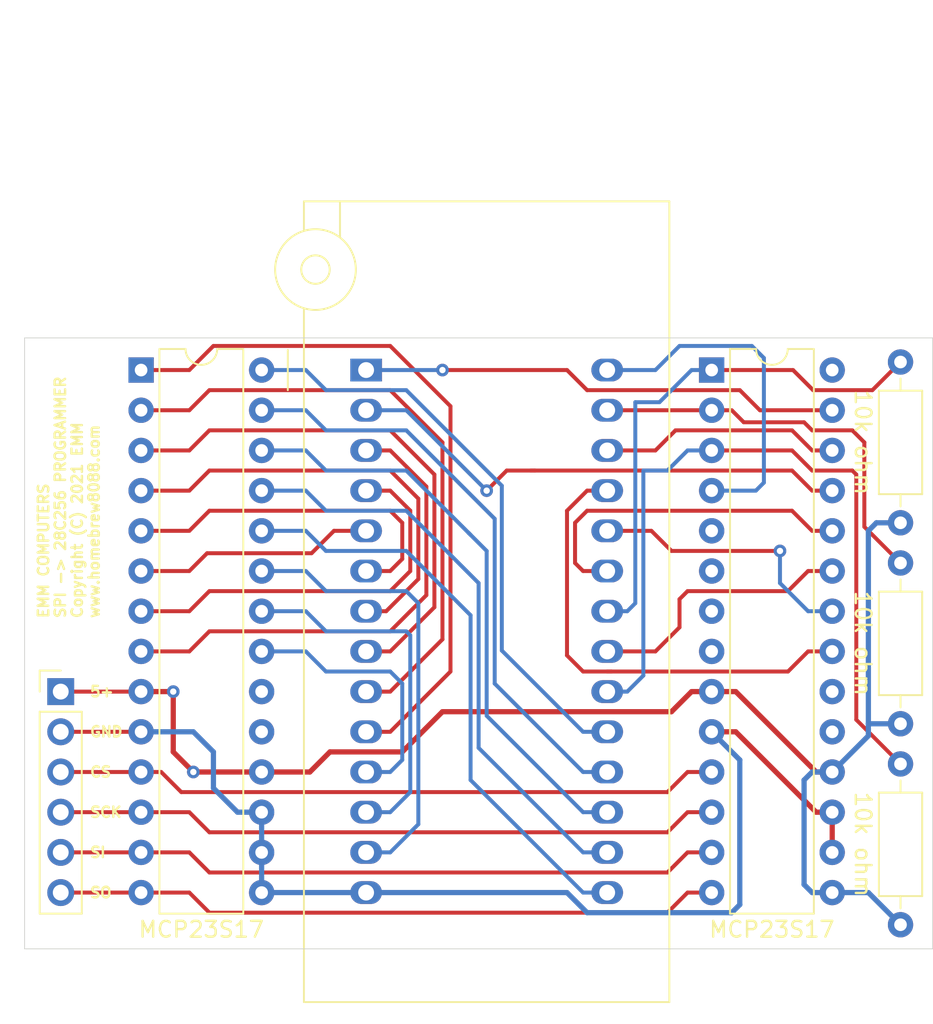
<source format=kicad_pcb>
(kicad_pcb (version 20171130) (host pcbnew "(5.1.8)-1")

  (general
    (thickness 1.6)
    (drawings 11)
    (tracks 272)
    (zones 0)
    (modules 7)
    (nets 43)
  )

  (page A4)
  (layers
    (0 F.Cu signal)
    (31 B.Cu signal)
    (32 B.Adhes user)
    (33 F.Adhes user)
    (34 B.Paste user)
    (35 F.Paste user)
    (36 B.SilkS user)
    (37 F.SilkS user)
    (38 B.Mask user)
    (39 F.Mask user)
    (40 Dwgs.User user)
    (41 Cmts.User user)
    (42 Eco1.User user)
    (43 Eco2.User user)
    (44 Edge.Cuts user)
    (45 Margin user)
    (46 B.CrtYd user)
    (47 F.CrtYd user)
    (48 B.Fab user)
    (49 F.Fab user)
  )

  (setup
    (last_trace_width 0.25)
    (trace_clearance 0.2)
    (zone_clearance 0.508)
    (zone_45_only no)
    (trace_min 0.2)
    (via_size 0.8)
    (via_drill 0.4)
    (via_min_size 0.4)
    (via_min_drill 0.3)
    (uvia_size 0.3)
    (uvia_drill 0.1)
    (uvias_allowed no)
    (uvia_min_size 0.2)
    (uvia_min_drill 0.1)
    (edge_width 0.05)
    (segment_width 0.2)
    (pcb_text_width 0.3)
    (pcb_text_size 1.5 1.5)
    (mod_edge_width 0.12)
    (mod_text_size 1 1)
    (mod_text_width 0.15)
    (pad_size 1.524 1.524)
    (pad_drill 0.762)
    (pad_to_mask_clearance 0)
    (aux_axis_origin 0 0)
    (grid_origin 197.612 93.726)
    (visible_elements 7FFFFFFF)
    (pcbplotparams
      (layerselection 0x010ec_ffffffff)
      (usegerberextensions false)
      (usegerberattributes false)
      (usegerberadvancedattributes true)
      (creategerberjobfile true)
      (excludeedgelayer true)
      (linewidth 0.100000)
      (plotframeref false)
      (viasonmask false)
      (mode 1)
      (useauxorigin false)
      (hpglpennumber 1)
      (hpglpenspeed 20)
      (hpglpendiameter 15.000000)
      (psnegative false)
      (psa4output false)
      (plotreference true)
      (plotvalue true)
      (plotinvisibletext false)
      (padsonsilk false)
      (subtractmaskfromsilk false)
      (outputformat 1)
      (mirror false)
      (drillshape 0)
      (scaleselection 1)
      (outputdirectory "Gerber/"))
  )

  (net 0 "")
  (net 1 /5+)
  (net 2 /GND)
  (net 3 /CS)
  (net 4 /SCK)
  (net 5 /SI)
  (net 6 /SO)
  (net 7 /D7)
  (net 8 /D6)
  (net 9 /D5)
  (net 10 /D4)
  (net 11 /D3)
  (net 12 /D2)
  (net 13 /D1)
  (net 14 /A7)
  (net 15 /D0)
  (net 16 /A6)
  (net 17 "Net-(U0-Pad20)")
  (net 18 /A5)
  (net 19 "Net-(U0-Pad19)")
  (net 20 /A4)
  (net 21 /A3)
  (net 22 /A2)
  (net 23 /A1)
  (net 24 /A0)
  (net 25 /RD)
  (net 26 /WR)
  (net 27 "Net-(U1-Pad5)")
  (net 28 "Net-(U1-Pad19)")
  (net 29 "Net-(U1-Pad6)")
  (net 30 "Net-(U1-Pad20)")
  (net 31 "Net-(U1-Pad7)")
  (net 32 /A8)
  (net 33 "Net-(U1-Pad8)")
  (net 34 /A9)
  (net 35 /A10)
  (net 36 /A11)
  (net 37 /A12)
  (net 38 /A13)
  (net 39 /A14)
  (net 40 "Net-(U1-Pad28)")
  (net 41 /CS_M)
  (net 42 /POWER_EN)

  (net_class Default "This is the default net class."
    (clearance 0.2)
    (trace_width 0.25)
    (via_dia 0.8)
    (via_drill 0.4)
    (uvia_dia 0.3)
    (uvia_drill 0.1)
    (add_net /5+)
    (add_net /A0)
    (add_net /A1)
    (add_net /A10)
    (add_net /A11)
    (add_net /A12)
    (add_net /A13)
    (add_net /A14)
    (add_net /A2)
    (add_net /A3)
    (add_net /A4)
    (add_net /A5)
    (add_net /A6)
    (add_net /A7)
    (add_net /A8)
    (add_net /A9)
    (add_net /CS)
    (add_net /CS_M)
    (add_net /D0)
    (add_net /D1)
    (add_net /D2)
    (add_net /D3)
    (add_net /D4)
    (add_net /D5)
    (add_net /D6)
    (add_net /D7)
    (add_net /GND)
    (add_net /POWER_EN)
    (add_net /RD)
    (add_net /SCK)
    (add_net /SI)
    (add_net /SO)
    (add_net /WR)
    (add_net "Net-(U0-Pad19)")
    (add_net "Net-(U0-Pad20)")
    (add_net "Net-(U1-Pad19)")
    (add_net "Net-(U1-Pad20)")
    (add_net "Net-(U1-Pad28)")
    (add_net "Net-(U1-Pad5)")
    (add_net "Net-(U1-Pad6)")
    (add_net "Net-(U1-Pad7)")
    (add_net "Net-(U1-Pad8)")
  )

  (module Connector_PinHeader_2.54mm:PinHeader_1x06_P2.54mm_Vertical (layer F.Cu) (tedit 59FED5CC) (tstamp 618B022E)
    (at 175.768 117.602)
    (descr "Through hole straight pin header, 1x06, 2.54mm pitch, single row")
    (tags "Through hole pin header THT 1x06 2.54mm single row")
    (path /60C3F624)
    (fp_text reference J1 (at 0 -2.33) (layer F.SilkS) hide
      (effects (font (size 1 1) (thickness 0.15)))
    )
    (fp_text value Pinheader (at 0 15.03) (layer F.Fab)
      (effects (font (size 1 1) (thickness 0.15)))
    )
    (fp_line (start 1.8 -1.8) (end -1.8 -1.8) (layer F.CrtYd) (width 0.05))
    (fp_line (start 1.8 14.5) (end 1.8 -1.8) (layer F.CrtYd) (width 0.05))
    (fp_line (start -1.8 14.5) (end 1.8 14.5) (layer F.CrtYd) (width 0.05))
    (fp_line (start -1.8 -1.8) (end -1.8 14.5) (layer F.CrtYd) (width 0.05))
    (fp_line (start -1.33 -1.33) (end 0 -1.33) (layer F.SilkS) (width 0.12))
    (fp_line (start -1.33 0) (end -1.33 -1.33) (layer F.SilkS) (width 0.12))
    (fp_line (start -1.33 1.27) (end 1.33 1.27) (layer F.SilkS) (width 0.12))
    (fp_line (start 1.33 1.27) (end 1.33 14.03) (layer F.SilkS) (width 0.12))
    (fp_line (start -1.33 1.27) (end -1.33 14.03) (layer F.SilkS) (width 0.12))
    (fp_line (start -1.33 14.03) (end 1.33 14.03) (layer F.SilkS) (width 0.12))
    (fp_line (start -1.27 -0.635) (end -0.635 -1.27) (layer F.Fab) (width 0.1))
    (fp_line (start -1.27 13.97) (end -1.27 -0.635) (layer F.Fab) (width 0.1))
    (fp_line (start 1.27 13.97) (end -1.27 13.97) (layer F.Fab) (width 0.1))
    (fp_line (start 1.27 -1.27) (end 1.27 13.97) (layer F.Fab) (width 0.1))
    (fp_line (start -0.635 -1.27) (end 1.27 -1.27) (layer F.Fab) (width 0.1))
    (fp_text user %R (at 0 6.35 90) (layer F.Fab)
      (effects (font (size 1 1) (thickness 0.15)))
    )
    (pad 6 thru_hole oval (at 0 12.7) (size 1.7 1.7) (drill 1) (layers *.Cu *.Mask)
      (net 6 /SO))
    (pad 5 thru_hole oval (at 0 10.16) (size 1.7 1.7) (drill 1) (layers *.Cu *.Mask)
      (net 5 /SI))
    (pad 4 thru_hole oval (at 0 7.62) (size 1.7 1.7) (drill 1) (layers *.Cu *.Mask)
      (net 4 /SCK))
    (pad 3 thru_hole oval (at 0 5.08) (size 1.7 1.7) (drill 1) (layers *.Cu *.Mask)
      (net 3 /CS))
    (pad 2 thru_hole oval (at 0 2.54) (size 1.7 1.7) (drill 1) (layers *.Cu *.Mask)
      (net 2 /GND))
    (pad 1 thru_hole rect (at 0 0) (size 1.7 1.7) (drill 1) (layers *.Cu *.Mask)
      (net 1 /5+))
    (model ${KISYS3DMOD}/Connector_PinHeader_2.54mm.3dshapes/PinHeader_1x06_P2.54mm_Vertical.wrl
      (at (xyz 0 0 0))
      (scale (xyz 1 1 1))
      (rotate (xyz 0 0 0))
    )
  )

  (module Package_DIP:DIP-28_W7.62mm (layer F.Cu) (tedit 5A02E8C5) (tstamp 5FC147AD)
    (at 180.848 97.282)
    (descr "28-lead though-hole mounted DIP package, row spacing 7.62 mm (300 mils)")
    (tags "THT DIP DIL PDIP 2.54mm 7.62mm 300mil")
    (path /5FC135E9)
    (fp_text reference U0 (at 3.81 -2.33) (layer F.SilkS) hide
      (effects (font (size 1 1) (thickness 0.15)))
    )
    (fp_text value MCP23S17 (at 3.81 35.35) (layer F.SilkS)
      (effects (font (size 1 1) (thickness 0.15)))
    )
    (fp_line (start 8.7 -1.55) (end -1.1 -1.55) (layer F.CrtYd) (width 0.05))
    (fp_line (start 8.7 34.55) (end 8.7 -1.55) (layer F.CrtYd) (width 0.05))
    (fp_line (start -1.1 34.55) (end 8.7 34.55) (layer F.CrtYd) (width 0.05))
    (fp_line (start -1.1 -1.55) (end -1.1 34.55) (layer F.CrtYd) (width 0.05))
    (fp_line (start 6.46 -1.33) (end 4.81 -1.33) (layer F.SilkS) (width 0.12))
    (fp_line (start 6.46 34.35) (end 6.46 -1.33) (layer F.SilkS) (width 0.12))
    (fp_line (start 1.16 34.35) (end 6.46 34.35) (layer F.SilkS) (width 0.12))
    (fp_line (start 1.16 -1.33) (end 1.16 34.35) (layer F.SilkS) (width 0.12))
    (fp_line (start 2.81 -1.33) (end 1.16 -1.33) (layer F.SilkS) (width 0.12))
    (fp_line (start 0.635 -0.27) (end 1.635 -1.27) (layer F.Fab) (width 0.1))
    (fp_line (start 0.635 34.29) (end 0.635 -0.27) (layer F.Fab) (width 0.1))
    (fp_line (start 6.985 34.29) (end 0.635 34.29) (layer F.Fab) (width 0.1))
    (fp_line (start 6.985 -1.27) (end 6.985 34.29) (layer F.Fab) (width 0.1))
    (fp_line (start 1.635 -1.27) (end 6.985 -1.27) (layer F.Fab) (width 0.1))
    (fp_text user %R (at 3.81 16.51) (layer F.Fab) hide
      (effects (font (size 1 1) (thickness 0.15)))
    )
    (fp_arc (start 3.81 -1.33) (end 2.81 -1.33) (angle -180) (layer F.SilkS) (width 0.12))
    (pad 28 thru_hole oval (at 7.62 0) (size 1.6 1.6) (drill 0.8) (layers *.Cu *.Mask)
      (net 7 /D7))
    (pad 14 thru_hole oval (at 0 33.02) (size 1.6 1.6) (drill 0.8) (layers *.Cu *.Mask)
      (net 6 /SO))
    (pad 27 thru_hole oval (at 7.62 2.54) (size 1.6 1.6) (drill 0.8) (layers *.Cu *.Mask)
      (net 8 /D6))
    (pad 13 thru_hole oval (at 0 30.48) (size 1.6 1.6) (drill 0.8) (layers *.Cu *.Mask)
      (net 5 /SI))
    (pad 26 thru_hole oval (at 7.62 5.08) (size 1.6 1.6) (drill 0.8) (layers *.Cu *.Mask)
      (net 9 /D5))
    (pad 12 thru_hole oval (at 0 27.94) (size 1.6 1.6) (drill 0.8) (layers *.Cu *.Mask)
      (net 4 /SCK))
    (pad 25 thru_hole oval (at 7.62 7.62) (size 1.6 1.6) (drill 0.8) (layers *.Cu *.Mask)
      (net 10 /D4))
    (pad 11 thru_hole oval (at 0 25.4) (size 1.6 1.6) (drill 0.8) (layers *.Cu *.Mask)
      (net 3 /CS))
    (pad 24 thru_hole oval (at 7.62 10.16) (size 1.6 1.6) (drill 0.8) (layers *.Cu *.Mask)
      (net 11 /D3))
    (pad 10 thru_hole oval (at 0 22.86) (size 1.6 1.6) (drill 0.8) (layers *.Cu *.Mask)
      (net 2 /GND))
    (pad 23 thru_hole oval (at 7.62 12.7) (size 1.6 1.6) (drill 0.8) (layers *.Cu *.Mask)
      (net 12 /D2))
    (pad 9 thru_hole oval (at 0 20.32) (size 1.6 1.6) (drill 0.8) (layers *.Cu *.Mask)
      (net 1 /5+))
    (pad 22 thru_hole oval (at 7.62 15.24) (size 1.6 1.6) (drill 0.8) (layers *.Cu *.Mask)
      (net 13 /D1))
    (pad 8 thru_hole oval (at 0 17.78) (size 1.6 1.6) (drill 0.8) (layers *.Cu *.Mask)
      (net 14 /A7))
    (pad 21 thru_hole oval (at 7.62 17.78) (size 1.6 1.6) (drill 0.8) (layers *.Cu *.Mask)
      (net 15 /D0))
    (pad 7 thru_hole oval (at 0 15.24) (size 1.6 1.6) (drill 0.8) (layers *.Cu *.Mask)
      (net 16 /A6))
    (pad 20 thru_hole oval (at 7.62 20.32) (size 1.6 1.6) (drill 0.8) (layers *.Cu *.Mask)
      (net 17 "Net-(U0-Pad20)"))
    (pad 6 thru_hole oval (at 0 12.7) (size 1.6 1.6) (drill 0.8) (layers *.Cu *.Mask)
      (net 18 /A5))
    (pad 19 thru_hole oval (at 7.62 22.86) (size 1.6 1.6) (drill 0.8) (layers *.Cu *.Mask)
      (net 19 "Net-(U0-Pad19)"))
    (pad 5 thru_hole oval (at 0 10.16) (size 1.6 1.6) (drill 0.8) (layers *.Cu *.Mask)
      (net 20 /A4))
    (pad 18 thru_hole oval (at 7.62 25.4) (size 1.6 1.6) (drill 0.8) (layers *.Cu *.Mask)
      (net 1 /5+))
    (pad 4 thru_hole oval (at 0 7.62) (size 1.6 1.6) (drill 0.8) (layers *.Cu *.Mask)
      (net 21 /A3))
    (pad 17 thru_hole oval (at 7.62 27.94) (size 1.6 1.6) (drill 0.8) (layers *.Cu *.Mask)
      (net 2 /GND))
    (pad 3 thru_hole oval (at 0 5.08) (size 1.6 1.6) (drill 0.8) (layers *.Cu *.Mask)
      (net 22 /A2))
    (pad 16 thru_hole oval (at 7.62 30.48) (size 1.6 1.6) (drill 0.8) (layers *.Cu *.Mask)
      (net 2 /GND))
    (pad 2 thru_hole oval (at 0 2.54) (size 1.6 1.6) (drill 0.8) (layers *.Cu *.Mask)
      (net 23 /A1))
    (pad 15 thru_hole oval (at 7.62 33.02) (size 1.6 1.6) (drill 0.8) (layers *.Cu *.Mask)
      (net 2 /GND))
    (pad 1 thru_hole rect (at 0 0) (size 1.6 1.6) (drill 0.8) (layers *.Cu *.Mask)
      (net 24 /A0))
    (model ${KISYS3DMOD}/Package_DIP.3dshapes/DIP-28_W7.62mm.wrl
      (at (xyz 0 0 0))
      (scale (xyz 1 1 1))
      (rotate (xyz 0 0 0))
    )
  )

  (module Package_DIP:DIP-28_W7.62mm (layer F.Cu) (tedit 5A02E8C5) (tstamp 5FC143C3)
    (at 216.916 97.282)
    (descr "28-lead though-hole mounted DIP package, row spacing 7.62 mm (300 mils)")
    (tags "THT DIP DIL PDIP 2.54mm 7.62mm 300mil")
    (path /5FC149F2)
    (fp_text reference U1 (at 3.81 -2.33) (layer F.SilkS) hide
      (effects (font (size 1 1) (thickness 0.15)))
    )
    (fp_text value MCP23S17 (at 3.81 35.35) (layer F.SilkS)
      (effects (font (size 1 1) (thickness 0.15)))
    )
    (fp_line (start 1.635 -1.27) (end 6.985 -1.27) (layer F.Fab) (width 0.1))
    (fp_line (start 6.985 -1.27) (end 6.985 34.29) (layer F.Fab) (width 0.1))
    (fp_line (start 6.985 34.29) (end 0.635 34.29) (layer F.Fab) (width 0.1))
    (fp_line (start 0.635 34.29) (end 0.635 -0.27) (layer F.Fab) (width 0.1))
    (fp_line (start 0.635 -0.27) (end 1.635 -1.27) (layer F.Fab) (width 0.1))
    (fp_line (start 2.81 -1.33) (end 1.16 -1.33) (layer F.SilkS) (width 0.12))
    (fp_line (start 1.16 -1.33) (end 1.16 34.35) (layer F.SilkS) (width 0.12))
    (fp_line (start 1.16 34.35) (end 6.46 34.35) (layer F.SilkS) (width 0.12))
    (fp_line (start 6.46 34.35) (end 6.46 -1.33) (layer F.SilkS) (width 0.12))
    (fp_line (start 6.46 -1.33) (end 4.81 -1.33) (layer F.SilkS) (width 0.12))
    (fp_line (start -1.1 -1.55) (end -1.1 34.55) (layer F.CrtYd) (width 0.05))
    (fp_line (start -1.1 34.55) (end 8.7 34.55) (layer F.CrtYd) (width 0.05))
    (fp_line (start 8.7 34.55) (end 8.7 -1.55) (layer F.CrtYd) (width 0.05))
    (fp_line (start 8.7 -1.55) (end -1.1 -1.55) (layer F.CrtYd) (width 0.05))
    (fp_arc (start 3.81 -1.33) (end 2.81 -1.33) (angle -180) (layer F.SilkS) (width 0.12))
    (fp_text user %R (at 3.81 16.51) (layer F.Fab) hide
      (effects (font (size 1 1) (thickness 0.15)))
    )
    (pad 1 thru_hole rect (at 0 0) (size 1.6 1.6) (drill 0.8) (layers *.Cu *.Mask)
      (net 25 /RD))
    (pad 15 thru_hole oval (at 7.62 33.02) (size 1.6 1.6) (drill 0.8) (layers *.Cu *.Mask)
      (net 1 /5+))
    (pad 2 thru_hole oval (at 0 2.54) (size 1.6 1.6) (drill 0.8) (layers *.Cu *.Mask)
      (net 26 /WR))
    (pad 16 thru_hole oval (at 7.62 30.48) (size 1.6 1.6) (drill 0.8) (layers *.Cu *.Mask)
      (net 2 /GND))
    (pad 3 thru_hole oval (at 0 5.08) (size 1.6 1.6) (drill 0.8) (layers *.Cu *.Mask)
      (net 41 /CS_M))
    (pad 17 thru_hole oval (at 7.62 27.94) (size 1.6 1.6) (drill 0.8) (layers *.Cu *.Mask)
      (net 2 /GND))
    (pad 4 thru_hole oval (at 0 7.62) (size 1.6 1.6) (drill 0.8) (layers *.Cu *.Mask)
      (net 42 /POWER_EN))
    (pad 18 thru_hole oval (at 7.62 25.4) (size 1.6 1.6) (drill 0.8) (layers *.Cu *.Mask)
      (net 1 /5+))
    (pad 5 thru_hole oval (at 0 10.16) (size 1.6 1.6) (drill 0.8) (layers *.Cu *.Mask)
      (net 27 "Net-(U1-Pad5)"))
    (pad 19 thru_hole oval (at 7.62 22.86) (size 1.6 1.6) (drill 0.8) (layers *.Cu *.Mask)
      (net 28 "Net-(U1-Pad19)"))
    (pad 6 thru_hole oval (at 0 12.7) (size 1.6 1.6) (drill 0.8) (layers *.Cu *.Mask)
      (net 29 "Net-(U1-Pad6)"))
    (pad 20 thru_hole oval (at 7.62 20.32) (size 1.6 1.6) (drill 0.8) (layers *.Cu *.Mask)
      (net 30 "Net-(U1-Pad20)"))
    (pad 7 thru_hole oval (at 0 15.24) (size 1.6 1.6) (drill 0.8) (layers *.Cu *.Mask)
      (net 31 "Net-(U1-Pad7)"))
    (pad 21 thru_hole oval (at 7.62 17.78) (size 1.6 1.6) (drill 0.8) (layers *.Cu *.Mask)
      (net 32 /A8))
    (pad 8 thru_hole oval (at 0 17.78) (size 1.6 1.6) (drill 0.8) (layers *.Cu *.Mask)
      (net 33 "Net-(U1-Pad8)"))
    (pad 22 thru_hole oval (at 7.62 15.24) (size 1.6 1.6) (drill 0.8) (layers *.Cu *.Mask)
      (net 34 /A9))
    (pad 9 thru_hole oval (at 0 20.32) (size 1.6 1.6) (drill 0.8) (layers *.Cu *.Mask)
      (net 1 /5+))
    (pad 23 thru_hole oval (at 7.62 12.7) (size 1.6 1.6) (drill 0.8) (layers *.Cu *.Mask)
      (net 35 /A10))
    (pad 10 thru_hole oval (at 0 22.86) (size 1.6 1.6) (drill 0.8) (layers *.Cu *.Mask)
      (net 2 /GND))
    (pad 24 thru_hole oval (at 7.62 10.16) (size 1.6 1.6) (drill 0.8) (layers *.Cu *.Mask)
      (net 36 /A11))
    (pad 11 thru_hole oval (at 0 25.4) (size 1.6 1.6) (drill 0.8) (layers *.Cu *.Mask)
      (net 3 /CS))
    (pad 25 thru_hole oval (at 7.62 7.62) (size 1.6 1.6) (drill 0.8) (layers *.Cu *.Mask)
      (net 37 /A12))
    (pad 12 thru_hole oval (at 0 27.94) (size 1.6 1.6) (drill 0.8) (layers *.Cu *.Mask)
      (net 4 /SCK))
    (pad 26 thru_hole oval (at 7.62 5.08) (size 1.6 1.6) (drill 0.8) (layers *.Cu *.Mask)
      (net 38 /A13))
    (pad 13 thru_hole oval (at 0 30.48) (size 1.6 1.6) (drill 0.8) (layers *.Cu *.Mask)
      (net 5 /SI))
    (pad 27 thru_hole oval (at 7.62 2.54) (size 1.6 1.6) (drill 0.8) (layers *.Cu *.Mask)
      (net 39 /A14))
    (pad 14 thru_hole oval (at 0 33.02) (size 1.6 1.6) (drill 0.8) (layers *.Cu *.Mask)
      (net 6 /SO))
    (pad 28 thru_hole oval (at 7.62 0) (size 1.6 1.6) (drill 0.8) (layers *.Cu *.Mask)
      (net 40 "Net-(U1-Pad28)"))
    (model ${KISYS3DMOD}/Package_DIP.3dshapes/DIP-28_W7.62mm.wrl
      (at (xyz 0 0 0))
      (scale (xyz 1 1 1))
      (rotate (xyz 0 0 0))
    )
  )

  (module Resistor_THT:R_Axial_DIN0207_L6.3mm_D2.5mm_P10.16mm_Horizontal (layer F.Cu) (tedit 5AE5139B) (tstamp 5FC29020)
    (at 228.854 122.174 270)
    (descr "Resistor, Axial_DIN0207 series, Axial, Horizontal, pin pitch=10.16mm, 0.25W = 1/4W, length*diameter=6.3*2.5mm^2, http://cdn-reichelt.de/documents/datenblatt/B400/1_4W%23YAG.pdf")
    (tags "Resistor Axial_DIN0207 series Axial Horizontal pin pitch 10.16mm 0.25W = 1/4W length 6.3mm diameter 2.5mm")
    (path /5FC2B0BE)
    (fp_text reference R1 (at 5.08 -2.37 90) (layer F.SilkS) hide
      (effects (font (size 1 1) (thickness 0.15)))
    )
    (fp_text value "10k ohm" (at 5.08 2.37 270 unlocked) (layer F.SilkS)
      (effects (font (size 1 1) (thickness 0.15)))
    )
    (fp_line (start 1.93 -1.25) (end 1.93 1.25) (layer F.Fab) (width 0.1))
    (fp_line (start 1.93 1.25) (end 8.23 1.25) (layer F.Fab) (width 0.1))
    (fp_line (start 8.23 1.25) (end 8.23 -1.25) (layer F.Fab) (width 0.1))
    (fp_line (start 8.23 -1.25) (end 1.93 -1.25) (layer F.Fab) (width 0.1))
    (fp_line (start 0 0) (end 1.93 0) (layer F.Fab) (width 0.1))
    (fp_line (start 10.16 0) (end 8.23 0) (layer F.Fab) (width 0.1))
    (fp_line (start 1.81 -1.37) (end 1.81 1.37) (layer F.SilkS) (width 0.12))
    (fp_line (start 1.81 1.37) (end 8.35 1.37) (layer F.SilkS) (width 0.12))
    (fp_line (start 8.35 1.37) (end 8.35 -1.37) (layer F.SilkS) (width 0.12))
    (fp_line (start 8.35 -1.37) (end 1.81 -1.37) (layer F.SilkS) (width 0.12))
    (fp_line (start 1.04 0) (end 1.81 0) (layer F.SilkS) (width 0.12))
    (fp_line (start 9.12 0) (end 8.35 0) (layer F.SilkS) (width 0.12))
    (fp_line (start -1.05 -1.5) (end -1.05 1.5) (layer F.CrtYd) (width 0.05))
    (fp_line (start -1.05 1.5) (end 11.21 1.5) (layer F.CrtYd) (width 0.05))
    (fp_line (start 11.21 1.5) (end 11.21 -1.5) (layer F.CrtYd) (width 0.05))
    (fp_line (start 11.21 -1.5) (end -1.05 -1.5) (layer F.CrtYd) (width 0.05))
    (fp_text user %R (at 5.08 0 90) (layer F.Fab) hide
      (effects (font (size 1 1) (thickness 0.15)))
    )
    (pad 1 thru_hole circle (at 0 0 270) (size 1.6 1.6) (drill 0.8) (layers *.Cu *.Mask)
      (net 41 /CS_M))
    (pad 2 thru_hole oval (at 10.16 0 270) (size 1.6 1.6) (drill 0.8) (layers *.Cu *.Mask)
      (net 1 /5+))
    (model ${KISYS3DMOD}/Resistor_THT.3dshapes/R_Axial_DIN0207_L6.3mm_D2.5mm_P10.16mm_Horizontal.wrl
      (at (xyz 0 0 0))
      (scale (xyz 1 1 1))
      (rotate (xyz 0 0 0))
    )
  )

  (module Resistor_THT:R_Axial_DIN0207_L6.3mm_D2.5mm_P10.16mm_Horizontal (layer F.Cu) (tedit 5AE5139B) (tstamp 5FC29037)
    (at 228.854 96.774 270)
    (descr "Resistor, Axial_DIN0207 series, Axial, Horizontal, pin pitch=10.16mm, 0.25W = 1/4W, length*diameter=6.3*2.5mm^2, http://cdn-reichelt.de/documents/datenblatt/B400/1_4W%23YAG.pdf")
    (tags "Resistor Axial_DIN0207 series Axial Horizontal pin pitch 10.16mm 0.25W = 1/4W length 6.3mm diameter 2.5mm")
    (path /5FC2A75A)
    (fp_text reference R2 (at 5.08 -2.37 90) (layer F.SilkS) hide
      (effects (font (size 1 1) (thickness 0.15)))
    )
    (fp_text value "10k ohm" (at 5.08 2.37 270 unlocked) (layer F.SilkS)
      (effects (font (size 1 1) (thickness 0.15)))
    )
    (fp_line (start 11.21 -1.5) (end -1.05 -1.5) (layer F.CrtYd) (width 0.05))
    (fp_line (start 11.21 1.5) (end 11.21 -1.5) (layer F.CrtYd) (width 0.05))
    (fp_line (start -1.05 1.5) (end 11.21 1.5) (layer F.CrtYd) (width 0.05))
    (fp_line (start -1.05 -1.5) (end -1.05 1.5) (layer F.CrtYd) (width 0.05))
    (fp_line (start 9.12 0) (end 8.35 0) (layer F.SilkS) (width 0.12))
    (fp_line (start 1.04 0) (end 1.81 0) (layer F.SilkS) (width 0.12))
    (fp_line (start 8.35 -1.37) (end 1.81 -1.37) (layer F.SilkS) (width 0.12))
    (fp_line (start 8.35 1.37) (end 8.35 -1.37) (layer F.SilkS) (width 0.12))
    (fp_line (start 1.81 1.37) (end 8.35 1.37) (layer F.SilkS) (width 0.12))
    (fp_line (start 1.81 -1.37) (end 1.81 1.37) (layer F.SilkS) (width 0.12))
    (fp_line (start 10.16 0) (end 8.23 0) (layer F.Fab) (width 0.1))
    (fp_line (start 0 0) (end 1.93 0) (layer F.Fab) (width 0.1))
    (fp_line (start 8.23 -1.25) (end 1.93 -1.25) (layer F.Fab) (width 0.1))
    (fp_line (start 8.23 1.25) (end 8.23 -1.25) (layer F.Fab) (width 0.1))
    (fp_line (start 1.93 1.25) (end 8.23 1.25) (layer F.Fab) (width 0.1))
    (fp_line (start 1.93 -1.25) (end 1.93 1.25) (layer F.Fab) (width 0.1))
    (fp_text user %R (at 5.08 0 90) (layer F.Fab) hide
      (effects (font (size 1 1) (thickness 0.15)))
    )
    (pad 2 thru_hole oval (at 10.16 0 270) (size 1.6 1.6) (drill 0.8) (layers *.Cu *.Mask)
      (net 1 /5+))
    (pad 1 thru_hole circle (at 0 0 270) (size 1.6 1.6) (drill 0.8) (layers *.Cu *.Mask)
      (net 25 /RD))
    (model ${KISYS3DMOD}/Resistor_THT.3dshapes/R_Axial_DIN0207_L6.3mm_D2.5mm_P10.16mm_Horizontal.wrl
      (at (xyz 0 0 0))
      (scale (xyz 1 1 1))
      (rotate (xyz 0 0 0))
    )
  )

  (module Resistor_THT:R_Axial_DIN0207_L6.3mm_D2.5mm_P10.16mm_Horizontal (layer F.Cu) (tedit 5AE5139B) (tstamp 5FC2904E)
    (at 228.854 109.474 270)
    (descr "Resistor, Axial_DIN0207 series, Axial, Horizontal, pin pitch=10.16mm, 0.25W = 1/4W, length*diameter=6.3*2.5mm^2, http://cdn-reichelt.de/documents/datenblatt/B400/1_4W%23YAG.pdf")
    (tags "Resistor Axial_DIN0207 series Axial Horizontal pin pitch 10.16mm 0.25W = 1/4W length 6.3mm diameter 2.5mm")
    (path /5FC29079)
    (fp_text reference R3 (at 5.08 -2.37 90) (layer F.SilkS) hide
      (effects (font (size 1 1) (thickness 0.15)))
    )
    (fp_text value "10k ohm" (at 5.08 2.37 270 unlocked) (layer F.SilkS)
      (effects (font (size 1 1) (thickness 0.15)))
    )
    (fp_line (start 1.93 -1.25) (end 1.93 1.25) (layer F.Fab) (width 0.1))
    (fp_line (start 1.93 1.25) (end 8.23 1.25) (layer F.Fab) (width 0.1))
    (fp_line (start 8.23 1.25) (end 8.23 -1.25) (layer F.Fab) (width 0.1))
    (fp_line (start 8.23 -1.25) (end 1.93 -1.25) (layer F.Fab) (width 0.1))
    (fp_line (start 0 0) (end 1.93 0) (layer F.Fab) (width 0.1))
    (fp_line (start 10.16 0) (end 8.23 0) (layer F.Fab) (width 0.1))
    (fp_line (start 1.81 -1.37) (end 1.81 1.37) (layer F.SilkS) (width 0.12))
    (fp_line (start 1.81 1.37) (end 8.35 1.37) (layer F.SilkS) (width 0.12))
    (fp_line (start 8.35 1.37) (end 8.35 -1.37) (layer F.SilkS) (width 0.12))
    (fp_line (start 8.35 -1.37) (end 1.81 -1.37) (layer F.SilkS) (width 0.12))
    (fp_line (start 1.04 0) (end 1.81 0) (layer F.SilkS) (width 0.12))
    (fp_line (start 9.12 0) (end 8.35 0) (layer F.SilkS) (width 0.12))
    (fp_line (start -1.05 -1.5) (end -1.05 1.5) (layer F.CrtYd) (width 0.05))
    (fp_line (start -1.05 1.5) (end 11.21 1.5) (layer F.CrtYd) (width 0.05))
    (fp_line (start 11.21 1.5) (end 11.21 -1.5) (layer F.CrtYd) (width 0.05))
    (fp_line (start 11.21 -1.5) (end -1.05 -1.5) (layer F.CrtYd) (width 0.05))
    (fp_text user %R (at 5.08 0 90) (layer F.Fab) hide
      (effects (font (size 1 1) (thickness 0.15)))
    )
    (pad 1 thru_hole circle (at 0 0 270) (size 1.6 1.6) (drill 0.8) (layers *.Cu *.Mask)
      (net 26 /WR))
    (pad 2 thru_hole oval (at 10.16 0 270) (size 1.6 1.6) (drill 0.8) (layers *.Cu *.Mask)
      (net 1 /5+))
    (model ${KISYS3DMOD}/Resistor_THT.3dshapes/R_Axial_DIN0207_L6.3mm_D2.5mm_P10.16mm_Horizontal.wrl
      (at (xyz 0 0 0))
      (scale (xyz 1 1 1))
      (rotate (xyz 0 0 0))
    )
  )

  (module Socket:DIP_Socket-28_W11.9_W12.7_W15.24_W17.78_W18.5_3M_228-1277-00-0602J (layer F.Cu) (tedit 5AF5D4CC) (tstamp 5FD11CFD)
    (at 195.072 97.282)
    (descr "3M 28-pin zero insertion force socket, through-hole, row spacing 15.24 mm (600 mils), http://multimedia.3m.com/mws/media/494546O/3mtm-dip-sockets-100-2-54-mm-ts0365.pdf")
    (tags "THT DIP DIL ZIF 15.24mm 600mil Socket")
    (path /5FC17168)
    (fp_text reference U2 (at 7.62 -11.56) (layer F.SilkS) hide
      (effects (font (size 1 1) (thickness 0.15)))
    )
    (fp_text value 28C256 (at 7.62 40.84) (layer F.Fab)
      (effects (font (size 0.6 0.6) (thickness 0.09)))
    )
    (fp_line (start -4.95 1.27) (end -4.95 -1.27) (layer F.SilkS) (width 0.12))
    (fp_line (start -1.65 -10.66) (end -1.65 -8.4) (layer F.SilkS) (width 0.12))
    (fp_line (start -3.93 -10.66) (end -3.93 -8.8) (layer F.SilkS) (width 0.12))
    (fp_line (start 19.17 -10.66) (end -3.93 -10.66) (layer F.SilkS) (width 0.12))
    (fp_line (start 19.17 39.94) (end 19.17 -10.66) (layer F.SilkS) (width 0.12))
    (fp_line (start -3.93 39.94) (end 19.17 39.94) (layer F.SilkS) (width 0.12))
    (fp_line (start -3.93 -3.9) (end -3.93 39.94) (layer F.SilkS) (width 0.12))
    (fp_line (start 19.07 -10.56) (end 19.07 39.84) (layer F.Fab) (width 0.1))
    (fp_line (start -2.85 -10.56) (end 19.07 -10.56) (layer F.Fab) (width 0.1))
    (fp_line (start -3.83 -9.4) (end -2.85 -10.56) (layer F.Fab) (width 0.1))
    (fp_line (start -3.83 39.84) (end -3.83 -9.4) (layer F.Fab) (width 0.1))
    (fp_line (start 19.07 39.84) (end -3.83 39.84) (layer F.Fab) (width 0.1))
    (fp_line (start -1.9 -15.86) (end -1.9 -10.56) (layer F.Fab) (width 0.1))
    (fp_line (start -3.5 -15.86) (end -1.9 -15.86) (layer F.Fab) (width 0.1))
    (fp_line (start -3.5 -9.75) (end -3.5 -15.86) (layer F.Fab) (width 0.1))
    (fp_line (start -0.4 -17.86) (end -1.9 -15.86) (layer F.Fab) (width 0.1))
    (fp_line (start -5 -17.86) (end -3.5 -15.86) (layer F.Fab) (width 0.1))
    (fp_line (start -0.4 -17.86) (end -0.4 -21.46) (layer F.Fab) (width 0.1))
    (fp_line (start -5 -17.86) (end -0.4 -17.86) (layer F.Fab) (width 0.1))
    (fp_line (start -5 -21.46) (end -5 -17.86) (layer F.Fab) (width 0.1))
    (fp_line (start -0.4 -21.46) (end -5 -21.46) (layer F.Fab) (width 0.1))
    (fp_line (start -1.7 -22.86) (end -0.4 -21.46) (layer F.Fab) (width 0.1))
    (fp_line (start -3.7 -22.86) (end -1.7 -22.86) (layer F.Fab) (width 0.1))
    (fp_line (start -5 -21.46) (end -3.7 -22.86) (layer F.Fab) (width 0.1))
    (fp_line (start -5.5 -3.4) (end -5.5 -23.36) (layer F.CrtYd) (width 0.05))
    (fp_line (start -4.33 -3.4) (end -5.5 -3.4) (layer F.CrtYd) (width 0.05))
    (fp_line (start -4.33 40.34) (end -4.33 -3.4) (layer F.CrtYd) (width 0.05))
    (fp_line (start 19.57 40.34) (end -4.33 40.34) (layer F.CrtYd) (width 0.05))
    (fp_line (start 19.57 -11.06) (end 19.57 40.34) (layer F.CrtYd) (width 0.05))
    (fp_line (start 0.1 -11.06) (end 19.57 -11.06) (layer F.CrtYd) (width 0.05))
    (fp_line (start 0.1 -23.36) (end 0.1 -11.06) (layer F.CrtYd) (width 0.05))
    (fp_line (start -5.5 -23.36) (end 0.1 -23.36) (layer F.CrtYd) (width 0.05))
    (fp_circle (center -3.2 -6.35) (end -2.3 -6.35) (layer F.SilkS) (width 0.12))
    (fp_circle (center -3.2 -6.35) (end -0.65 -6.35) (layer F.SilkS) (width 0.12))
    (fp_text user %R (at 7.62 14.64) (layer F.Fab) hide
      (effects (font (size 1 1) (thickness 0.15)))
    )
    (pad 1 thru_hole rect (at 0 0) (size 2 1.44) (drill 1) (layers *.Cu *.Mask)
      (net 39 /A14))
    (pad 28 thru_hole oval (at 15.24 0) (size 2 1.44) (drill 1) (layers *.Cu *.Mask)
      (net 42 /POWER_EN))
    (pad 2 thru_hole oval (at 0 2.54) (size 2 1.44) (drill 1) (layers *.Cu *.Mask)
      (net 37 /A12))
    (pad 27 thru_hole oval (at 15.24 2.54) (size 2 1.44) (drill 1) (layers *.Cu *.Mask)
      (net 26 /WR))
    (pad 3 thru_hole oval (at 0 5.08) (size 2 1.44) (drill 1) (layers *.Cu *.Mask)
      (net 14 /A7))
    (pad 26 thru_hole oval (at 15.24 5.08) (size 2 1.44) (drill 1) (layers *.Cu *.Mask)
      (net 38 /A13))
    (pad 4 thru_hole oval (at 0 7.62) (size 2 1.44) (drill 1) (layers *.Cu *.Mask)
      (net 16 /A6))
    (pad 25 thru_hole oval (at 15.24 7.62) (size 2 1.44) (drill 1) (layers *.Cu *.Mask)
      (net 32 /A8))
    (pad 5 thru_hole oval (at 0 10.16) (size 2 1.44) (drill 1) (layers *.Cu *.Mask)
      (net 18 /A5))
    (pad 24 thru_hole oval (at 15.24 10.16) (size 2 1.44) (drill 1) (layers *.Cu *.Mask)
      (net 34 /A9))
    (pad 6 thru_hole oval (at 0 12.7) (size 2 1.44) (drill 1) (layers *.Cu *.Mask)
      (net 20 /A4))
    (pad 23 thru_hole oval (at 15.24 12.7) (size 2 1.44) (drill 1) (layers *.Cu *.Mask)
      (net 36 /A11))
    (pad 7 thru_hole oval (at 0 15.24) (size 2 1.44) (drill 1) (layers *.Cu *.Mask)
      (net 21 /A3))
    (pad 22 thru_hole oval (at 15.24 15.24) (size 2 1.44) (drill 1) (layers *.Cu *.Mask)
      (net 25 /RD))
    (pad 8 thru_hole oval (at 0 17.78) (size 2 1.44) (drill 1) (layers *.Cu *.Mask)
      (net 22 /A2))
    (pad 21 thru_hole oval (at 15.24 17.78) (size 2 1.44) (drill 1) (layers *.Cu *.Mask)
      (net 35 /A10))
    (pad 9 thru_hole oval (at 0 20.32) (size 2 1.44) (drill 1) (layers *.Cu *.Mask)
      (net 23 /A1))
    (pad 20 thru_hole oval (at 15.24 20.32) (size 2 1.44) (drill 1) (layers *.Cu *.Mask)
      (net 41 /CS_M))
    (pad 10 thru_hole oval (at 0 22.86) (size 2 1.44) (drill 1) (layers *.Cu *.Mask)
      (net 24 /A0))
    (pad 19 thru_hole oval (at 15.24 22.86) (size 2 1.44) (drill 1) (layers *.Cu *.Mask)
      (net 7 /D7))
    (pad 11 thru_hole oval (at 0 25.4) (size 2 1.44) (drill 1) (layers *.Cu *.Mask)
      (net 15 /D0))
    (pad 18 thru_hole oval (at 15.24 25.4) (size 2 1.44) (drill 1) (layers *.Cu *.Mask)
      (net 8 /D6))
    (pad 12 thru_hole oval (at 0 27.94) (size 2 1.44) (drill 1) (layers *.Cu *.Mask)
      (net 13 /D1))
    (pad 17 thru_hole oval (at 15.24 27.94) (size 2 1.44) (drill 1) (layers *.Cu *.Mask)
      (net 9 /D5))
    (pad 13 thru_hole oval (at 0 30.48) (size 2 1.44) (drill 1) (layers *.Cu *.Mask)
      (net 12 /D2))
    (pad 16 thru_hole oval (at 15.24 30.48) (size 2 1.44) (drill 1) (layers *.Cu *.Mask)
      (net 10 /D4))
    (pad 14 thru_hole oval (at 0 33.02) (size 2 1.44) (drill 1) (layers *.Cu *.Mask)
      (net 2 /GND))
    (pad 15 thru_hole oval (at 15.24 33.02) (size 2 1.44) (drill 1) (layers *.Cu *.Mask)
      (net 11 /D3))
    (model ${KISYS3DMOD}/Socket.3dshapes/DIP_Socket-28_W11.9_W12.7_W15.24_W17.78_W18.5_3M_228-1277-00-0602J.wrl
      (at (xyz 0 0 0))
      (scale (xyz 1 1 1))
      (rotate (xyz 0 0 0))
    )
  )

  (gr_text SO (at 177.546 130.302) (layer F.SilkS) (tstamp 618B0581)
    (effects (font (size 0.6604 0.6604) (thickness 0.15)) (justify left))
  )
  (gr_text SI (at 177.546 127.762) (layer F.SilkS) (tstamp 618B0581)
    (effects (font (size 0.6604 0.6604) (thickness 0.15)) (justify left))
  )
  (gr_text SCK (at 177.546 125.222) (layer F.SilkS) (tstamp 618B0581)
    (effects (font (size 0.6604 0.6604) (thickness 0.15)) (justify left))
  )
  (gr_text CS (at 177.546 122.682) (layer F.SilkS) (tstamp 618B0581)
    (effects (font (size 0.6604 0.6604) (thickness 0.15)) (justify left))
  )
  (gr_text GND (at 177.546 120.142) (layer F.SilkS) (tstamp 618B0581)
    (effects (font (size 0.6604 0.6604) (thickness 0.15)) (justify left))
  )
  (gr_text 5+ (at 177.546 117.602) (layer F.SilkS) (tstamp 618B0577)
    (effects (font (size 0.6604 0.6604) (thickness 0.15)) (justify left))
  )
  (gr_line (start 173.482 95.25) (end 230.886 95.25) (layer Edge.Cuts) (width 0.05) (tstamp 618B056A))
  (gr_line (start 173.482 133.858) (end 173.482 95.25) (layer Edge.Cuts) (width 0.05))
  (gr_line (start 230.886 133.858) (end 173.482 133.858) (layer Edge.Cuts) (width 0.05))
  (gr_line (start 230.886 95.25) (end 230.886 133.858) (layer Edge.Cuts) (width 0.05))
  (gr_text "EMM COMPUTERS\nSPI -> 28C256 PROGRAMMER\nCopyright (C) 2021 EMM\nwww.homebrew8088.com" (at 176.276 113.03 90) (layer F.SilkS)
    (effects (font (size 0.6604 0.6604) (thickness 0.15)) (justify left))
  )

  (segment (start 223.52 122.682) (end 224.536 122.682) (width 0.3302) (layer F.Cu) (net 1) (status 20))
  (segment (start 218.44 117.602) (end 223.52 122.682) (width 0.3302) (layer F.Cu) (net 1))
  (segment (start 216.916 117.602) (end 218.44 117.602) (width 0.3302) (layer F.Cu) (net 1) (status 10))
  (segment (start 223.266 130.302) (end 224.536 130.302) (width 0.3302) (layer B.Cu) (net 1) (status 20))
  (segment (start 222.758 129.794) (end 223.266 130.302) (width 0.3302) (layer B.Cu) (net 1))
  (segment (start 222.758 123.19) (end 222.758 129.794) (width 0.3302) (layer B.Cu) (net 1))
  (segment (start 223.266 122.682) (end 222.758 123.19) (width 0.3302) (layer B.Cu) (net 1))
  (segment (start 224.536 122.682) (end 223.266 122.682) (width 0.3302) (layer B.Cu) (net 1) (status 10))
  (segment (start 228.854 106.934) (end 227.33 106.934) (width 0.3302) (layer B.Cu) (net 1) (status 10))
  (segment (start 227.33 106.934) (end 226.822 107.442) (width 0.3302) (layer B.Cu) (net 1))
  (segment (start 226.822 120.396) (end 224.536 122.682) (width 0.3302) (layer B.Cu) (net 1) (status 20))
  (segment (start 226.822 119.634) (end 228.854 119.634) (width 0.3302) (layer B.Cu) (net 1) (status 20))
  (segment (start 226.822 107.442) (end 226.822 119.634) (width 0.3302) (layer B.Cu) (net 1))
  (segment (start 226.822 119.634) (end 226.822 120.396) (width 0.3302) (layer B.Cu) (net 1))
  (segment (start 226.822 130.302) (end 228.854 132.334) (width 0.3302) (layer B.Cu) (net 1) (status 20))
  (segment (start 224.536 130.302) (end 226.822 130.302) (width 0.3302) (layer B.Cu) (net 1) (status 10))
  (via (at 182.88 117.602) (size 0.8) (drill 0.4) (layers F.Cu B.Cu) (net 1))
  (segment (start 182.88 117.602) (end 180.848 117.602) (width 0.3302) (layer F.Cu) (net 1) (status 20))
  (segment (start 182.88 121.412) (end 182.88 117.602) (width 0.3302) (layer F.Cu) (net 1))
  (segment (start 191.516 122.682) (end 184.15 122.682) (width 0.3302) (layer F.Cu) (net 1))
  (segment (start 192.786 121.412) (end 191.516 122.682) (width 0.3302) (layer F.Cu) (net 1))
  (segment (start 197.358 121.412) (end 192.786 121.412) (width 0.3302) (layer F.Cu) (net 1))
  (segment (start 199.898 118.872) (end 197.358 121.412) (width 0.3302) (layer F.Cu) (net 1))
  (segment (start 184.15 122.682) (end 182.88 121.412) (width 0.3302) (layer F.Cu) (net 1))
  (segment (start 214.376 118.872) (end 199.898 118.872) (width 0.3302) (layer F.Cu) (net 1))
  (segment (start 215.646 117.602) (end 214.376 118.872) (width 0.3302) (layer F.Cu) (net 1))
  (segment (start 216.916 117.602) (end 215.646 117.602) (width 0.3302) (layer F.Cu) (net 1) (status 10))
  (via (at 184.15 122.682) (size 0.8) (drill 0.4) (layers F.Cu B.Cu) (net 1))
  (segment (start 175.768 117.602) (end 180.848 117.602) (width 0.25) (layer F.Cu) (net 1))
  (segment (start 223.52 125.222) (end 224.536 125.222) (width 0.3302) (layer F.Cu) (net 2) (tstamp 5FC14C94) (status 20))
  (segment (start 218.44 120.142) (end 223.52 125.222) (width 0.3302) (layer F.Cu) (net 2) (tstamp 5FC14C95))
  (segment (start 216.916 120.142) (end 218.44 120.142) (width 0.3302) (layer F.Cu) (net 2) (tstamp 5FC14C96) (status 10))
  (segment (start 224.536 125.222) (end 224.536 127.762) (width 0.3302) (layer F.Cu) (net 2) (status 30))
  (segment (start 188.468 130.302) (end 195.072 130.302) (width 0.3302) (layer B.Cu) (net 2) (status 30))
  (segment (start 188.468 125.222) (end 188.468 130.302) (width 0.3302) (layer B.Cu) (net 2) (status 30))
  (segment (start 218.694 131.064) (end 218.694 121.92) (width 0.3302) (layer B.Cu) (net 2))
  (segment (start 218.186 131.572) (end 218.694 131.064) (width 0.3302) (layer B.Cu) (net 2))
  (segment (start 209.042 131.572) (end 218.186 131.572) (width 0.3302) (layer B.Cu) (net 2))
  (segment (start 207.772 130.302) (end 209.042 131.572) (width 0.3302) (layer B.Cu) (net 2))
  (segment (start 218.694 121.92) (end 216.916 120.142) (width 0.3302) (layer B.Cu) (net 2) (status 20))
  (segment (start 195.072 130.302) (end 207.772 130.302) (width 0.3302) (layer B.Cu) (net 2) (status 10))
  (segment (start 186.944 125.222) (end 188.468 125.222) (width 0.3302) (layer B.Cu) (net 2) (status 20))
  (segment (start 185.42 123.698) (end 186.944 125.222) (width 0.3302) (layer B.Cu) (net 2))
  (segment (start 185.42 121.412) (end 185.42 123.698) (width 0.3302) (layer B.Cu) (net 2))
  (segment (start 184.15 120.142) (end 185.42 121.412) (width 0.3302) (layer B.Cu) (net 2))
  (segment (start 180.848 120.142) (end 184.15 120.142) (width 0.3302) (layer B.Cu) (net 2) (status 10))
  (segment (start 175.768 120.142) (end 180.848 120.142) (width 0.25) (layer F.Cu) (net 2))
  (segment (start 214.122 123.952) (end 215.392 122.682) (width 0.25) (layer F.Cu) (net 3))
  (segment (start 183.388 123.952) (end 214.122 123.952) (width 0.25) (layer F.Cu) (net 3))
  (segment (start 182.118 122.682) (end 183.388 123.952) (width 0.25) (layer F.Cu) (net 3))
  (segment (start 215.392 122.682) (end 216.916 122.682) (width 0.25) (layer F.Cu) (net 3) (status 20))
  (segment (start 180.848 122.682) (end 182.118 122.682) (width 0.25) (layer F.Cu) (net 3) (status 10))
  (segment (start 175.768 122.682) (end 180.848 122.682) (width 0.25) (layer F.Cu) (net 3))
  (segment (start 215.392 125.222) (end 216.916 125.222) (width 0.25) (layer F.Cu) (net 4) (status 20))
  (segment (start 214.122 126.492) (end 215.392 125.222) (width 0.25) (layer F.Cu) (net 4))
  (segment (start 185.166 126.492) (end 214.122 126.492) (width 0.25) (layer F.Cu) (net 4))
  (segment (start 183.896 125.222) (end 185.166 126.492) (width 0.25) (layer F.Cu) (net 4))
  (segment (start 180.848 125.222) (end 183.896 125.222) (width 0.25) (layer F.Cu) (net 4) (status 10))
  (segment (start 175.768 125.222) (end 180.848 125.222) (width 0.25) (layer F.Cu) (net 4))
  (segment (start 215.392 127.762) (end 216.916 127.762) (width 0.25) (layer F.Cu) (net 5) (status 20))
  (segment (start 185.166 129.032) (end 214.122 129.032) (width 0.25) (layer F.Cu) (net 5))
  (segment (start 183.896 127.762) (end 185.166 129.032) (width 0.25) (layer F.Cu) (net 5))
  (segment (start 214.122 129.032) (end 215.392 127.762) (width 0.25) (layer F.Cu) (net 5))
  (segment (start 180.848 127.762) (end 183.896 127.762) (width 0.25) (layer F.Cu) (net 5) (status 10))
  (segment (start 175.768 127.762) (end 180.848 127.762) (width 0.25) (layer F.Cu) (net 5))
  (segment (start 183.896 130.302) (end 180.848 130.302) (width 0.25) (layer F.Cu) (net 6) (status 20))
  (segment (start 185.166 131.572) (end 183.896 130.302) (width 0.25) (layer F.Cu) (net 6))
  (segment (start 214.122 131.572) (end 185.166 131.572) (width 0.25) (layer F.Cu) (net 6))
  (segment (start 215.392 130.302) (end 214.122 131.572) (width 0.25) (layer F.Cu) (net 6))
  (segment (start 216.916 130.302) (end 215.392 130.302) (width 0.25) (layer F.Cu) (net 6) (status 10))
  (segment (start 175.768 130.302) (end 180.848 130.302) (width 0.25) (layer F.Cu) (net 6))
  (segment (start 191.262 97.282) (end 188.468 97.282) (width 0.25) (layer B.Cu) (net 7) (status 20))
  (segment (start 192.532 98.552) (end 191.262 97.282) (width 0.25) (layer B.Cu) (net 7))
  (segment (start 197.612 98.552) (end 192.532 98.552) (width 0.25) (layer B.Cu) (net 7))
  (segment (start 203.65001 104.59001) (end 197.612 98.552) (width 0.25) (layer B.Cu) (net 7))
  (segment (start 203.65001 115.00401) (end 203.65001 104.59001) (width 0.25) (layer B.Cu) (net 7))
  (segment (start 208.788 120.142) (end 203.65001 115.00401) (width 0.25) (layer B.Cu) (net 7))
  (segment (start 210.312 120.142) (end 208.788 120.142) (width 0.25) (layer B.Cu) (net 7) (status 10))
  (segment (start 208.788 122.682) (end 210.312 122.682) (width 0.25) (layer B.Cu) (net 8) (status 20))
  (segment (start 203.2 117.094) (end 208.788 122.682) (width 0.25) (layer B.Cu) (net 8))
  (segment (start 203.2 106.68) (end 203.2 117.094) (width 0.25) (layer B.Cu) (net 8))
  (segment (start 197.612 101.092) (end 203.2 106.68) (width 0.25) (layer B.Cu) (net 8))
  (segment (start 192.532 101.092) (end 197.612 101.092) (width 0.25) (layer B.Cu) (net 8))
  (segment (start 191.262 99.822) (end 192.532 101.092) (width 0.25) (layer B.Cu) (net 8))
  (segment (start 188.468 99.822) (end 191.262 99.822) (width 0.25) (layer B.Cu) (net 8) (status 10))
  (segment (start 202.692 108.712) (end 201.549 107.569) (width 0.25) (layer B.Cu) (net 9))
  (segment (start 202.692 119.126) (end 202.692 108.712) (width 0.25) (layer B.Cu) (net 9))
  (segment (start 208.788 125.222) (end 202.692 119.126) (width 0.25) (layer B.Cu) (net 9))
  (segment (start 210.312 125.222) (end 208.788 125.222) (width 0.25) (layer B.Cu) (net 9) (status 10))
  (segment (start 201.549 107.569) (end 201.676 107.696) (width 0.25) (layer B.Cu) (net 9))
  (segment (start 197.612 103.632) (end 201.549 107.569) (width 0.25) (layer B.Cu) (net 9))
  (segment (start 192.532 103.632) (end 197.612 103.632) (width 0.25) (layer B.Cu) (net 9))
  (segment (start 191.262 102.362) (end 192.532 103.632) (width 0.25) (layer B.Cu) (net 9))
  (segment (start 188.468 102.362) (end 191.262 102.362) (width 0.25) (layer B.Cu) (net 9) (status 10))
  (segment (start 208.788 127.762) (end 210.312 127.762) (width 0.25) (layer B.Cu) (net 10) (status 20))
  (segment (start 202.184 121.158) (end 208.788 127.762) (width 0.25) (layer B.Cu) (net 10))
  (segment (start 202.184 110.744) (end 202.184 121.158) (width 0.25) (layer B.Cu) (net 10))
  (segment (start 197.612 106.172) (end 202.184 110.744) (width 0.25) (layer B.Cu) (net 10))
  (segment (start 192.532 106.172) (end 197.612 106.172) (width 0.25) (layer B.Cu) (net 10))
  (segment (start 191.262 104.902) (end 192.532 106.172) (width 0.25) (layer B.Cu) (net 10))
  (segment (start 188.468 104.902) (end 191.262 104.902) (width 0.25) (layer B.Cu) (net 10) (status 10))
  (segment (start 208.788 130.302) (end 210.312 130.302) (width 0.25) (layer B.Cu) (net 11) (status 20))
  (segment (start 201.676 123.19) (end 208.788 130.302) (width 0.25) (layer B.Cu) (net 11))
  (segment (start 201.676 112.776) (end 201.676 123.19) (width 0.25) (layer B.Cu) (net 11))
  (segment (start 197.612 108.712) (end 201.676 112.776) (width 0.25) (layer B.Cu) (net 11))
  (segment (start 192.532 108.712) (end 197.612 108.712) (width 0.25) (layer B.Cu) (net 11))
  (segment (start 191.262 107.442) (end 192.532 108.712) (width 0.25) (layer B.Cu) (net 11))
  (segment (start 188.468 107.442) (end 191.262 107.442) (width 0.25) (layer B.Cu) (net 11) (status 10))
  (segment (start 196.596 127.762) (end 195.072 127.762) (width 0.25) (layer B.Cu) (net 12) (status 20))
  (segment (start 198.374 125.984) (end 196.596 127.762) (width 0.25) (layer B.Cu) (net 12))
  (segment (start 198.374 112.014) (end 198.374 125.984) (width 0.25) (layer B.Cu) (net 12))
  (segment (start 192.532 111.252) (end 197.612 111.252) (width 0.25) (layer B.Cu) (net 12))
  (segment (start 197.612 111.252) (end 198.374 112.014) (width 0.25) (layer B.Cu) (net 12))
  (segment (start 191.262 109.982) (end 192.532 111.252) (width 0.25) (layer B.Cu) (net 12))
  (segment (start 188.468 109.982) (end 191.262 109.982) (width 0.25) (layer B.Cu) (net 12) (status 10))
  (segment (start 197.866 123.952) (end 196.596 125.222) (width 0.25) (layer B.Cu) (net 13))
  (segment (start 197.612 113.792) (end 197.866 114.046) (width 0.25) (layer B.Cu) (net 13))
  (segment (start 192.532 113.792) (end 197.612 113.792) (width 0.25) (layer B.Cu) (net 13))
  (segment (start 191.262 112.522) (end 192.532 113.792) (width 0.25) (layer B.Cu) (net 13))
  (segment (start 196.596 125.222) (end 195.072 125.222) (width 0.25) (layer B.Cu) (net 13) (status 20))
  (segment (start 197.866 114.046) (end 197.866 123.952) (width 0.25) (layer B.Cu) (net 13))
  (segment (start 188.468 112.522) (end 191.262 112.522) (width 0.25) (layer B.Cu) (net 13) (status 10))
  (segment (start 185.166 113.792) (end 183.896 115.062) (width 0.25) (layer F.Cu) (net 14))
  (segment (start 183.896 115.062) (end 180.848 115.062) (width 0.25) (layer F.Cu) (net 14) (status 20))
  (segment (start 196.596 113.792) (end 185.166 113.792) (width 0.25) (layer F.Cu) (net 14))
  (segment (start 198.882 111.506) (end 196.596 113.792) (width 0.25) (layer F.Cu) (net 14))
  (segment (start 198.882 104.648) (end 198.882 111.506) (width 0.25) (layer F.Cu) (net 14))
  (segment (start 196.596 102.362) (end 198.882 104.648) (width 0.25) (layer F.Cu) (net 14))
  (segment (start 195.072 102.362) (end 196.596 102.362) (width 0.25) (layer F.Cu) (net 14) (status 10))
  (segment (start 196.596 122.682) (end 195.072 122.682) (width 0.25) (layer B.Cu) (net 15) (status 20))
  (segment (start 197.358 121.92) (end 196.596 122.682) (width 0.25) (layer B.Cu) (net 15))
  (segment (start 197.358 117.094) (end 197.358 121.92) (width 0.25) (layer B.Cu) (net 15))
  (segment (start 196.596 116.332) (end 197.358 117.094) (width 0.25) (layer B.Cu) (net 15))
  (segment (start 192.532 116.332) (end 196.596 116.332) (width 0.25) (layer B.Cu) (net 15))
  (segment (start 191.262 115.062) (end 192.532 116.332) (width 0.25) (layer B.Cu) (net 15))
  (segment (start 188.468 115.062) (end 191.262 115.062) (width 0.25) (layer B.Cu) (net 15) (status 10))
  (segment (start 183.896 112.522) (end 180.848 112.522) (width 0.25) (layer F.Cu) (net 16) (status 20))
  (segment (start 185.166 111.252) (end 183.896 112.522) (width 0.25) (layer F.Cu) (net 16))
  (segment (start 196.596 111.252) (end 185.166 111.252) (width 0.25) (layer F.Cu) (net 16))
  (segment (start 197.866 109.982) (end 196.596 111.252) (width 0.25) (layer F.Cu) (net 16))
  (segment (start 197.866 106.172) (end 197.866 109.982) (width 0.25) (layer F.Cu) (net 16))
  (segment (start 196.596 104.902) (end 197.866 106.172) (width 0.25) (layer F.Cu) (net 16))
  (segment (start 195.072 104.902) (end 196.596 104.902) (width 0.25) (layer F.Cu) (net 16) (status 10))
  (segment (start 185.021001 108.856999) (end 183.896 109.982) (width 0.25) (layer F.Cu) (net 18))
  (segment (start 183.896 109.982) (end 180.848 109.982) (width 0.25) (layer F.Cu) (net 18) (status 20))
  (segment (start 191.625001 108.856999) (end 185.021001 108.856999) (width 0.25) (layer F.Cu) (net 18))
  (segment (start 193.04 107.442) (end 191.625001 108.856999) (width 0.25) (layer F.Cu) (net 18))
  (segment (start 195.072 107.442) (end 193.04 107.442) (width 0.25) (layer F.Cu) (net 18) (status 10))
  (segment (start 196.596 109.982) (end 195.072 109.982) (width 0.25) (layer F.Cu) (net 20) (status 20))
  (segment (start 197.358 109.22) (end 196.596 109.982) (width 0.25) (layer F.Cu) (net 20))
  (segment (start 197.358 106.934) (end 197.358 109.22) (width 0.25) (layer F.Cu) (net 20))
  (segment (start 196.596 106.172) (end 197.358 106.934) (width 0.25) (layer F.Cu) (net 20))
  (segment (start 185.166 106.172) (end 196.596 106.172) (width 0.25) (layer F.Cu) (net 20))
  (segment (start 183.896 107.442) (end 185.166 106.172) (width 0.25) (layer F.Cu) (net 20))
  (segment (start 180.848 107.442) (end 183.896 107.442) (width 0.25) (layer F.Cu) (net 20) (status 10))
  (segment (start 183.896 104.902) (end 180.848 104.902) (width 0.25) (layer F.Cu) (net 21) (status 20))
  (segment (start 185.166 103.632) (end 183.896 104.902) (width 0.25) (layer F.Cu) (net 21))
  (segment (start 196.596 103.632) (end 185.166 103.632) (width 0.25) (layer F.Cu) (net 21))
  (segment (start 198.374 105.41) (end 196.596 103.632) (width 0.25) (layer F.Cu) (net 21))
  (segment (start 198.374 110.49) (end 198.374 105.41) (width 0.25) (layer F.Cu) (net 21))
  (segment (start 196.342 112.522) (end 198.374 110.49) (width 0.25) (layer F.Cu) (net 21))
  (segment (start 195.072 112.522) (end 196.342 112.522) (width 0.25) (layer F.Cu) (net 21) (status 10))
  (segment (start 185.166 101.092) (end 183.896 102.362) (width 0.25) (layer F.Cu) (net 22))
  (segment (start 196.596 101.092) (end 185.166 101.092) (width 0.25) (layer F.Cu) (net 22))
  (segment (start 199.39 103.886) (end 196.596 101.092) (width 0.25) (layer F.Cu) (net 22))
  (segment (start 183.896 102.362) (end 180.848 102.362) (width 0.25) (layer F.Cu) (net 22) (status 20))
  (segment (start 199.39 112.268) (end 199.39 103.886) (width 0.25) (layer F.Cu) (net 22))
  (segment (start 196.596 115.062) (end 199.39 112.268) (width 0.25) (layer F.Cu) (net 22))
  (segment (start 195.072 115.062) (end 196.596 115.062) (width 0.25) (layer F.Cu) (net 22) (status 10))
  (segment (start 196.596 117.602) (end 195.072 117.602) (width 0.25) (layer F.Cu) (net 23) (status 20))
  (segment (start 199.898 114.3) (end 196.596 117.602) (width 0.25) (layer F.Cu) (net 23))
  (segment (start 185.166 98.552) (end 196.596 98.552) (width 0.25) (layer F.Cu) (net 23))
  (segment (start 196.596 98.552) (end 199.898 101.854) (width 0.25) (layer F.Cu) (net 23))
  (segment (start 183.896 99.822) (end 185.166 98.552) (width 0.25) (layer F.Cu) (net 23))
  (segment (start 199.898 101.854) (end 199.898 114.3) (width 0.25) (layer F.Cu) (net 23))
  (segment (start 180.848 99.822) (end 183.896 99.822) (width 0.25) (layer F.Cu) (net 23) (status 10))
  (segment (start 196.596 120.142) (end 195.072 120.142) (width 0.25) (layer F.Cu) (net 24) (status 20))
  (segment (start 200.406 116.332) (end 196.596 120.142) (width 0.25) (layer F.Cu) (net 24))
  (segment (start 196.596 95.758) (end 200.406 99.568) (width 0.25) (layer F.Cu) (net 24))
  (segment (start 185.42 95.758) (end 196.596 95.758) (width 0.25) (layer F.Cu) (net 24))
  (segment (start 200.406 99.568) (end 200.406 116.332) (width 0.25) (layer F.Cu) (net 24))
  (segment (start 183.896 97.282) (end 185.42 95.758) (width 0.25) (layer F.Cu) (net 24))
  (segment (start 180.848 97.282) (end 183.896 97.282) (width 0.25) (layer F.Cu) (net 24) (status 10))
  (segment (start 211.582 112.522) (end 210.312 112.522) (width 0.25) (layer B.Cu) (net 25) (status 20))
  (segment (start 212.09 112.014) (end 211.582 112.522) (width 0.25) (layer B.Cu) (net 25))
  (segment (start 212.09 99.314) (end 212.09 112.014) (width 0.25) (layer B.Cu) (net 25))
  (segment (start 215.646 97.282) (end 213.614 99.314) (width 0.25) (layer B.Cu) (net 25))
  (segment (start 216.916 97.282) (end 215.646 97.282) (width 0.25) (layer B.Cu) (net 25) (status 10))
  (segment (start 227.076 98.552) (end 228.854 96.774) (width 0.25) (layer F.Cu) (net 25) (status 20))
  (segment (start 223.3295 98.552) (end 227.076 98.552) (width 0.25) (layer F.Cu) (net 25))
  (segment (start 222.0595 97.282) (end 223.3295 98.552) (width 0.25) (layer F.Cu) (net 25))
  (segment (start 216.916 97.282) (end 222.0595 97.282) (width 0.25) (layer F.Cu) (net 25) (status 10))
  (segment (start 212.09 99.314) (end 213.614 99.314) (width 0.25) (layer B.Cu) (net 25))
  (segment (start 210.312 99.822) (end 216.916 99.822) (width 0.25) (layer F.Cu) (net 26) (status 30))
  (segment (start 226.568 101.854) (end 226.568 107.188) (width 0.25) (layer F.Cu) (net 26))
  (segment (start 225.806 101.092) (end 226.568 101.854) (width 0.25) (layer F.Cu) (net 26))
  (segment (start 223.266 101.092) (end 225.806 101.092) (width 0.25) (layer F.Cu) (net 26))
  (segment (start 222.758 100.584) (end 223.266 101.092) (width 0.25) (layer F.Cu) (net 26))
  (segment (start 218.948 100.584) (end 222.758 100.584) (width 0.25) (layer F.Cu) (net 26))
  (segment (start 226.568 107.188) (end 228.854 109.474) (width 0.25) (layer F.Cu) (net 26) (status 20))
  (segment (start 218.186 99.822) (end 218.948 100.584) (width 0.25) (layer F.Cu) (net 26))
  (segment (start 216.916 99.822) (end 218.186 99.822) (width 0.25) (layer F.Cu) (net 26) (status 10))
  (segment (start 210.312 104.902) (end 209.042 104.902) (width 0.25) (layer F.Cu) (net 32) (status 10))
  (segment (start 209.042 104.902) (end 207.772 106.172) (width 0.25) (layer F.Cu) (net 32))
  (segment (start 207.772 106.172) (end 207.772 115.316) (width 0.25) (layer F.Cu) (net 32))
  (segment (start 207.772 115.316) (end 208.788 116.332) (width 0.25) (layer F.Cu) (net 32))
  (segment (start 223.012 115.062) (end 224.536 115.062) (width 0.25) (layer F.Cu) (net 32) (status 20))
  (segment (start 221.742 116.332) (end 223.012 115.062) (width 0.25) (layer F.Cu) (net 32))
  (segment (start 210.566 116.332) (end 208.788 116.332) (width 0.25) (layer F.Cu) (net 32))
  (segment (start 210.312 116.332) (end 210.566 116.332) (width 0.25) (layer F.Cu) (net 32))
  (segment (start 210.566 116.332) (end 221.742 116.332) (width 0.25) (layer F.Cu) (net 32))
  (via (at 221.234 108.712) (size 0.8) (drill 0.4) (layers F.Cu B.Cu) (net 34))
  (segment (start 223.012 112.522) (end 221.234 110.744) (width 0.25) (layer B.Cu) (net 34))
  (segment (start 221.234 110.744) (end 221.234 108.712) (width 0.25) (layer B.Cu) (net 34))
  (segment (start 224.536 112.522) (end 223.012 112.522) (width 0.25) (layer B.Cu) (net 34) (status 10))
  (segment (start 214.376 108.712) (end 221.234 108.712) (width 0.25) (layer F.Cu) (net 34))
  (segment (start 213.106 107.442) (end 214.376 108.712) (width 0.25) (layer F.Cu) (net 34))
  (segment (start 210.312 107.442) (end 213.106 107.442) (width 0.25) (layer F.Cu) (net 34) (status 10))
  (segment (start 221.742 111.252) (end 223.012 109.982) (width 0.25) (layer F.Cu) (net 35))
  (segment (start 223.012 109.982) (end 224.536 109.982) (width 0.25) (layer F.Cu) (net 35) (status 20))
  (segment (start 215.392 111.252) (end 221.742 111.252) (width 0.25) (layer F.Cu) (net 35))
  (segment (start 214.884 111.76) (end 215.392 111.252) (width 0.25) (layer F.Cu) (net 35))
  (segment (start 214.884 113.538) (end 214.884 111.76) (width 0.25) (layer F.Cu) (net 35))
  (segment (start 213.36 115.062) (end 214.884 113.538) (width 0.25) (layer F.Cu) (net 35))
  (segment (start 210.312 115.062) (end 213.36 115.062) (width 0.25) (layer F.Cu) (net 35) (status 10))
  (segment (start 223.266 107.442) (end 224.536 107.442) (width 0.25) (layer F.Cu) (net 36) (status 20))
  (segment (start 221.996 106.172) (end 223.266 107.442) (width 0.25) (layer F.Cu) (net 36))
  (segment (start 209.042 106.172) (end 221.996 106.172) (width 0.25) (layer F.Cu) (net 36))
  (segment (start 208.28 106.934) (end 209.042 106.172) (width 0.25) (layer F.Cu) (net 36))
  (segment (start 208.28 109.474) (end 208.28 106.934) (width 0.25) (layer F.Cu) (net 36))
  (segment (start 208.788 109.982) (end 208.28 109.474) (width 0.25) (layer F.Cu) (net 36))
  (segment (start 210.312 109.982) (end 208.788 109.982) (width 0.25) (layer F.Cu) (net 36) (status 10))
  (segment (start 195.072 99.822) (end 197.612 99.822) (width 0.25) (layer B.Cu) (net 37) (status 10))
  (segment (start 197.612 99.822) (end 202.692 104.902) (width 0.25) (layer B.Cu) (net 37))
  (via (at 202.692 104.902) (size 0.8) (drill 0.4) (layers F.Cu B.Cu) (net 37))
  (segment (start 203.962 103.632) (end 202.692 104.902) (width 0.25) (layer F.Cu) (net 37))
  (segment (start 223.266 104.902) (end 221.996 103.632) (width 0.25) (layer F.Cu) (net 37))
  (segment (start 224.536 104.902) (end 223.266 104.902) (width 0.25) (layer F.Cu) (net 37) (status 10))
  (segment (start 203.962 103.632) (end 205.74 103.632) (width 0.25) (layer F.Cu) (net 37))
  (segment (start 205.74 103.632) (end 205.486 103.632) (width 0.25) (layer F.Cu) (net 37))
  (segment (start 221.996 103.632) (end 205.74 103.632) (width 0.25) (layer F.Cu) (net 37))
  (segment (start 223.266 102.362) (end 224.536 102.362) (width 0.25) (layer F.Cu) (net 38) (status 20))
  (segment (start 221.996 101.092) (end 223.266 102.362) (width 0.25) (layer F.Cu) (net 38))
  (segment (start 214.63 101.092) (end 221.996 101.092) (width 0.25) (layer F.Cu) (net 38))
  (segment (start 213.36 102.362) (end 214.63 101.092) (width 0.25) (layer F.Cu) (net 38))
  (segment (start 210.312 102.362) (end 213.36 102.362) (width 0.25) (layer F.Cu) (net 38) (status 10))
  (segment (start 199.898 97.282) (end 195.072 97.282) (width 0.25) (layer B.Cu) (net 39) (tstamp 5FC14D35) (status 20))
  (via (at 199.898 97.282) (size 0.8) (drill 0.4) (layers F.Cu B.Cu) (net 39))
  (segment (start 218.694 98.552) (end 219.964 99.822) (width 0.25) (layer F.Cu) (net 39))
  (segment (start 209.042 98.552) (end 218.694 98.552) (width 0.25) (layer F.Cu) (net 39))
  (segment (start 207.772 97.282) (end 209.042 98.552) (width 0.25) (layer F.Cu) (net 39))
  (segment (start 219.964 99.822) (end 224.536 99.822) (width 0.25) (layer F.Cu) (net 39) (status 20))
  (segment (start 199.898 97.282) (end 207.772 97.282) (width 0.25) (layer F.Cu) (net 39))
  (segment (start 215.392 102.362) (end 216.916 102.362) (width 0.25) (layer B.Cu) (net 41) (status 20))
  (segment (start 212.598 116.586) (end 212.598 103.632) (width 0.25) (layer B.Cu) (net 41))
  (segment (start 211.582 117.602) (end 212.598 116.586) (width 0.25) (layer B.Cu) (net 41))
  (segment (start 214.122 103.632) (end 215.392 102.362) (width 0.25) (layer B.Cu) (net 41))
  (segment (start 210.312 117.602) (end 211.582 117.602) (width 0.25) (layer B.Cu) (net 41) (status 10))
  (segment (start 221.996 102.362) (end 216.916 102.362) (width 0.25) (layer F.Cu) (net 41) (status 20))
  (segment (start 223.266 103.632) (end 221.996 102.362) (width 0.25) (layer F.Cu) (net 41))
  (segment (start 225.806 103.632) (end 223.266 103.632) (width 0.25) (layer F.Cu) (net 41))
  (segment (start 226.06 103.886) (end 225.806 103.632) (width 0.25) (layer F.Cu) (net 41))
  (segment (start 226.06 119.38) (end 226.06 103.886) (width 0.25) (layer F.Cu) (net 41))
  (segment (start 228.854 122.174) (end 226.06 119.38) (width 0.25) (layer F.Cu) (net 41) (status 10))
  (segment (start 212.598 103.632) (end 214.122 103.632) (width 0.25) (layer B.Cu) (net 41))
  (segment (start 210.312 97.282) (end 213.36 97.282) (width 0.25) (layer B.Cu) (net 42) (status 10))
  (segment (start 213.36 97.282) (end 214.884 95.758) (width 0.25) (layer B.Cu) (net 42))
  (segment (start 214.884 95.758) (end 219.456 95.758) (width 0.25) (layer B.Cu) (net 42))
  (segment (start 219.456 95.758) (end 220.218 96.52) (width 0.25) (layer B.Cu) (net 42))
  (segment (start 220.218 96.52) (end 220.218 104.394) (width 0.25) (layer B.Cu) (net 42))
  (segment (start 219.71 104.902) (end 216.916 104.902) (width 0.25) (layer B.Cu) (net 42) (status 20))
  (segment (start 220.218 104.394) (end 219.71 104.902) (width 0.25) (layer B.Cu) (net 42))

)

</source>
